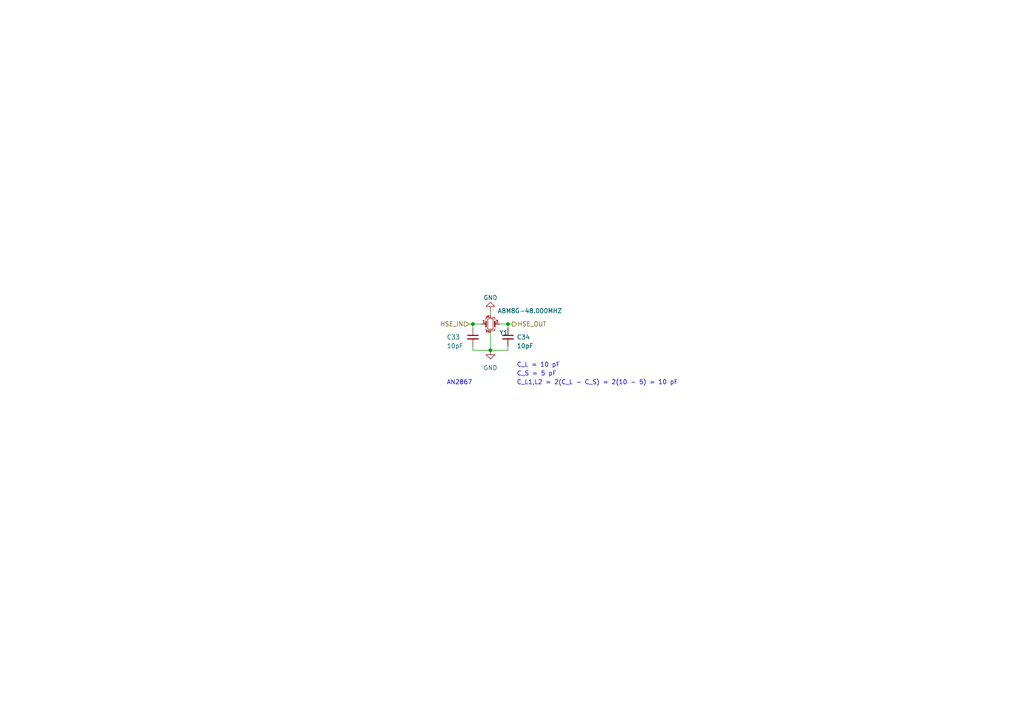
<source format=kicad_sch>
(kicad_sch (version 20230121) (generator eeschema)
  (paper "A4")
  (title_block (title "Oscillator") (date "2023-03-11") (rev "${REVISION}") (company "Author: Szymon Kostrubiec") (comment 1 "Reviewer:"))
  (lib_symbols
    (symbol "Device:C_Small" (pin_numbers hide) (pin_names (offset 0.254) hide)
      (property "Reference" "C" (at 0.254 1.778 0))
      (property "Value" "C_Small" (at 0.254 -2.032 0))
      (symbol "C_Small_0_1"
        (polyline (pts (xy -1.524 -0.508) (xy 1.524 -0.508)) (stroke (width 0.3302)))
        (polyline (pts (xy -1.524 0.508) (xy 1.524 0.508)) (stroke (width 0.3048)))
      )
      (symbol "C_Small_1_1"
        (pin passive line (at 0 2.54 270) (length 2.032) (name "~") (number "1"))
        (pin passive line (at 0 -2.54 90) (length 2.032) (name "~") (number "2"))
      )
    )
    (symbol "Device:Crystal_GND24_Small" (pin_names (offset 1.016) hide)
      (property "Reference" "Y" (at 1.27 4.445 0))
      (property "Value" "Crystal_GND24_Small" (at 1.27 2.54 0))
      (symbol "Crystal_GND24_Small_0_1"
        (rectangle (start -0.762 -1.524) (end 0.762 1.524))
        (polyline (pts (xy -1.27 -0.762) (xy -1.27 0.762)) (stroke (width 0.381)))
        (polyline (pts (xy 1.27 -0.762) (xy 1.27 0.762)) (stroke (width 0.381)))
        (polyline (pts (xy -1.27 -1.27) (xy -1.27 -1.905) (xy 1.27 -1.905) (xy 1.27 -1.27)))
        (polyline (pts (xy -1.27 1.27) (xy -1.27 1.905) (xy 1.27 1.905) (xy 1.27 1.27)))
      )
      (symbol "Crystal_GND24_Small_1_1"
        (pin passive line (at -2.54 0 0) (length 1.27) (name "1") (number "1"))
        (pin passive line (at 0 -2.54 90) (length 0.635) (name "2") (number "2"))
        (pin passive line (at 2.54 0 180) (length 1.27) (name "3") (number "3"))
        (pin passive line (at 0 2.54 270) (length 0.635) (name "4") (number "4"))
      )
    )
    (symbol "power:GND" (power) (pin_names (offset 0))
      (property "Value" "GND" (at 0 -3.81 0))
      (symbol "GND_0_1"
        (polyline (pts (xy 0 0) (xy 0 -1.27) (xy 1.27 -1.27) (xy 0 -2.54) (xy -1.27 -1.27) (xy 0 -1.27)))
      )
      (symbol "GND_1_1"
        (pin power_in line (at 0 0 270) (length 0) hide (name "GND") (number "1"))
      )
    )
  )
  (junction (at 142.24 101.6))
  (junction (at 137.16 93.98))
  (junction (at 147.32 93.98))
  (wire (pts (xy 137.16 101.6) (xy 142.24 101.6)))
  (wire (pts (xy 142.24 90.17) (xy 142.24 91.44)))
  (wire (pts (xy 135.89 93.98) (xy 137.16 93.98)))
  (wire (pts (xy 142.24 96.52) (xy 142.24 101.6)))
  (wire (pts (xy 137.16 93.98) (xy 139.7 93.98)))
  (wire (pts (xy 137.16 100.33) (xy 137.16 101.6)))
  (wire (pts (xy 147.32 93.98) (xy 147.32 95.25)))
  (wire (pts (xy 147.32 100.33) (xy 147.32 101.6)))
  (wire (pts (xy 137.16 93.98) (xy 137.16 95.25)))
  (wire (pts (xy 147.32 101.6) (xy 142.24 101.6)))
  (wire (pts (xy 147.32 93.98) (xy 148.59 93.98)))
  (wire (pts (xy 144.78 93.98) (xy 147.32 93.98)))
  (text "C_L = 10 pF" (at 149.86 106.68 0) (effects (font (size 1.27 1.27)) (justify left bottom)))
  (text "C_S = 5 pF" (at 149.86 109.22 0) (effects (font (size 1.27 1.27)) (justify left bottom)))
  (text "C_L1,L2 = 2(C_L - C_S) = 2(10 - 5) = 10 pF" (at 149.86 111.76 0) (effects (font (size 1.27 1.27)) (justify left bottom)))
  (text "AN2867" (at 129.54 111.76 0) (effects (font (size 1.27 1.27)) (justify left bottom)))
  (hierarchical_label "HSE_IN" (shape input) (at 135.89 93.98 180))
  (hierarchical_label "HSE_OUT" (shape output) (at 148.59 93.98 0))
  (symbol (lib_id "Device:C_Small") (at 147.32 97.79 0) (unit 1)
    (property "Reference" "C34" (at 149.86 97.79 0) (effects (justify left)))
    (property "Value" "10pF" (at 149.86 100.33 0) (effects (justify left)))
    (property "Footprint" "Capacitor_SMD:C_0402_1005Metric_Pad0.74x0.62mm_HandSolder" (effects hide))
  )
  (symbol (lib_id "power:GND") (at 142.24 101.6 0) (unit 1)
    (property "Reference" "#PWR078" (effects hide))
    (property "Value" "GND" (at 142.24 106.68 0))
  )
  (symbol (lib_id "Device:Crystal_GND24_Small") (at 142.24 93.98 0) (unit 1)
    (property "Reference" "Y1" (at 146.05 96.52 0))
    (property "Value" "ABM8G-48.000MHZ" (at 153.67 90.17 0))
    (property "Footprint" "Crystal:Crystal_SMD_Abracon_ABM8G-4Pin_3.2x2.5mm" (effects hide))
    (property "Datasheet" "https://www.mouser.pl/datasheet/2/3/ABM8G-1608872.pdf" (effects hide))
  )
  (symbol (lib_id "Device:C_Small") (at 137.16 97.79 0) (unit 1)
    (property "Reference" "C33" (at 129.54 97.79 0) (effects (justify left)))
    (property "Value" "10pF" (at 129.54 100.33 0) (effects (justify left)))
    (property "Footprint" "Capacitor_SMD:C_0402_1005Metric_Pad0.74x0.62mm_HandSolder" (effects hide))
  )
  (symbol (lib_id "power:GND") (at 142.24 90.17 180) (unit 1)
    (property "Reference" "#PWR077" (effects hide))
    (property "Value" "GND" (at 142.24 86.36 0))
  )
)
</source>
